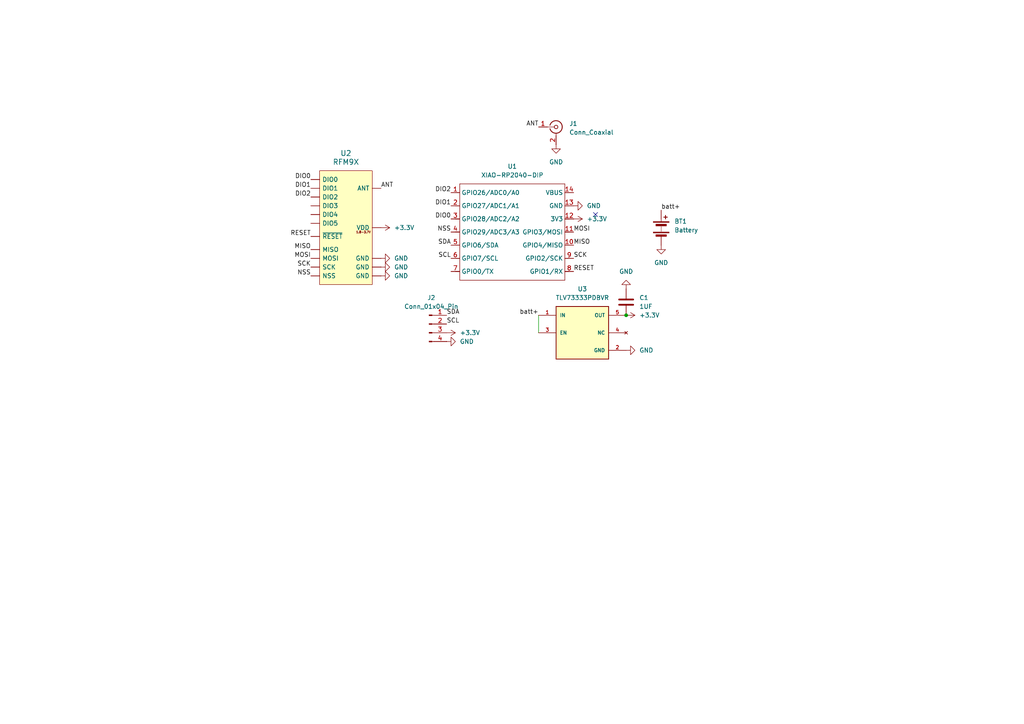
<source format=kicad_sch>
(kicad_sch (version 20250114) (generator "eeschema") (generator_version "9.0")
  (paper "A4")
  (lib_symbols
    (symbol "Connector:Conn_01x04_Pin" (pin_names (offset 1.016) (hide yes))
      (property "Reference" "J" (at 0 5.08 0))
      (property "Value" "Conn_01x04_Pin" (at 0 -7.62 0))
      (symbol "Conn_01x04_Pin_1_1"
        (rectangle (start 0.8636 2.667) (end 0 2.413) (stroke (width 0.1524)) (fill (type outline)))
        (rectangle (start 0.8636 0.127) (end 0 -0.127) (stroke (width 0.1524)) (fill (type outline)))
        (rectangle (start 0.8636 -2.413) (end 0 -2.667) (stroke (width 0.1524)) (fill (type outline)))
        (rectangle (start 0.8636 -4.953) (end 0 -5.207) (stroke (width 0.1524)) (fill (type outline)))
        (polyline (pts (xy 1.27 2.54) (xy 0.8636 2.54)) (stroke (width 0.1524)))
        (polyline (pts (xy 1.27 0) (xy 0.8636 0)) (stroke (width 0.1524)))
        (polyline (pts (xy 1.27 -2.54) (xy 0.8636 -2.54)) (stroke (width 0.1524)))
        (polyline (pts (xy 1.27 -5.08) (xy 0.8636 -5.08)) (stroke (width 0.1524)))
        (pin passive line (at 5.08 2.54 180) (length 3.81) (name "Pin_1") (number "1"))
        (pin passive line (at 5.08 0 180) (length 3.81) (name "Pin_2") (number "2"))
        (pin passive line (at 5.08 -2.54 180) (length 3.81) (name "Pin_3") (number "3"))
        (pin passive line (at 5.08 -5.08 180) (length 3.81) (name "Pin_4") (number "4"))
      )
    )
    (symbol "Connector:Conn_Coaxial" (pin_names (offset 1.016) (hide yes))
      (property "Reference" "J" (at 0.254 3.048 0))
      (property "Value" "Conn_Coaxial" (at 2.921 0 90))
      (symbol "Conn_Coaxial_0_1"
        (polyline (pts (xy -2.54 0) (xy -0.508 0)))
        (arc (start 1.778 0) (mid 0.222 -1.8079) (end -1.778 -0.508) (stroke (width 0.254)))
        (arc (start -1.778 0.508) (mid 0.2221 1.8084) (end 1.778 0) (stroke (width 0.254)))
        (circle (center 0 0) (radius 0.508) (stroke (width 0.2032)))
        (polyline (pts (xy 0 -2.54) (xy 0 -1.778)))
      )
      (symbol "Conn_Coaxial_1_1"
        (pin passive line (at -5.08 0 0) (length 2.54) (name "In") (number "1"))
        (pin passive line (at 0 -5.08 90) (length 2.54) (name "Ext") (number "2"))
      )
    )
    (symbol "Device:Battery" (pin_numbers (hide yes)) (pin_names (offset 0) (hide yes))
      (property "Reference" "BT" (at 2.54 2.54 0))
      (property "Value" "Battery" (at 2.54 0 0))
      (symbol "Battery_0_1"
        (rectangle (start -2.286 1.778) (end 2.286 1.524) (fill (type outline)))
        (rectangle (start -2.286 -1.27) (end 2.286 -1.524) (fill (type outline)))
        (rectangle (start -1.524 1.016) (end 1.524 0.508) (fill (type outline)))
        (rectangle (start -1.524 -2.032) (end 1.524 -2.54) (fill (type outline)))
        (polyline (pts (xy 0 1.778) (xy 0 2.54)))
        (polyline (pts (xy 0 0) (xy 0 0.254)))
        (polyline (pts (xy 0 -0.508) (xy 0 -0.254)))
        (polyline (pts (xy 0 -1.016) (xy 0 -0.762)))
        (polyline (pts (xy 0.762 3.048) (xy 1.778 3.048)) (stroke (width 0.254)))
        (polyline (pts (xy 1.27 3.556) (xy 1.27 2.54)) (stroke (width 0.254)))
      )
      (symbol "Battery_1_1"
        (pin passive line (at 0 5.08 270) (length 2.54) (name "+") (number "1"))
        (pin passive line (at 0 -5.08 90) (length 2.54) (name "-") (number "2"))
      )
    )
    (symbol "Device:C" (pin_numbers (hide yes)) (pin_names (offset 0.254))
      (property "Reference" "C" (at 0.635 2.54 0))
      (property "Value" "C" (at 0.635 -2.54 0))
      (symbol "C_0_1"
        (polyline (pts (xy -2.032 0.762) (xy 2.032 0.762)) (stroke (width 0.508)))
        (polyline (pts (xy -2.032 -0.762) (xy 2.032 -0.762)) (stroke (width 0.508)))
      )
      (symbol "C_1_1"
        (pin passive line (at 0 3.81 270) (length 2.794) (name "~") (number "1"))
        (pin passive line (at 0 -3.81 90) (length 2.794) (name "~") (number "2"))
      )
    )
    (symbol "Rp2040:+3.3V" (power) (pin_numbers (hide yes)) (pin_names (offset 0) (hide yes))
      (property "Value" "+3.3V" (at 0 3.556 0))
      (symbol "+3.3V_0_1"
        (polyline (pts (xy -0.762 1.27) (xy 0 2.54)))
        (polyline (pts (xy 0 2.54) (xy 0.762 1.27)))
        (polyline (pts (xy 0 0) (xy 0 2.54)))
      )
      (symbol "+3.3V_1_1"
        (pin power_in line (at 0 0 90) (length 0) (name "~") (number "1"))
      )
    )
    (symbol "Rp2040:GND" (power) (pin_numbers (hide yes)) (pin_names (offset 0) (hide yes))
      (property "Value" "GND" (at 0 -3.81 0))
      (symbol "GND_0_1"
        (polyline (pts (xy 0 0) (xy 0 -1.27) (xy 1.27 -1.27) (xy 0 -2.54) (xy -1.27 -1.27) (xy 0 -1.27)))
      )
      (symbol "GND_1_1"
        (pin power_in line (at 0 0 270) (length 0) (name "~") (number "1"))
      )
    )
    (symbol "Rp2040:XIAO-RP2040-DIP"
      (property "Reference" "U" (at 0 0 0))
      (property "Value" "XIAO-RP2040-DIP" (at 5.334 -1.778 0))
      (symbol "XIAO-RP2040-DIP_1_0"
        (polyline (pts (xy -1.27 -2.54) (xy 29.21 -2.54)) (stroke (width 0.1524)))
        (polyline (pts (xy -1.27 -5.08) (xy -2.54 -5.08)) (stroke (width 0.1524)))
        (polyline (pts (xy -1.27 -5.08) (xy -1.27 -2.54)) (stroke (width 0.1524)))
        (polyline (pts (xy -1.27 -8.89) (xy -2.54 -8.89)) (stroke (width 0.1524)))
        (polyline (pts (xy -1.27 -8.89) (xy -1.27 -5.08)) (stroke (width 0.1524)))
        (polyline (pts (xy -1.27 -12.7) (xy -2.54 -12.7)) (stroke (width 0.1524)))
        (polyline (pts (xy -1.27 -12.7) (xy -1.27 -8.89)) (stroke (width 0.1524)))
        (polyline (pts (xy -1.27 -16.51) (xy -2.54 -16.51)) (stroke (width 0.1524)))
        (polyline (pts (xy -1.27 -16.51) (xy -1.27 -12.7)) (stroke (width 0.1524)))
        (polyline (pts (xy -1.27 -20.32) (xy -2.54 -20.32)) (stroke (width 0.1524)))
        (polyline (pts (xy -1.27 -24.13) (xy -2.54 -24.13)) (stroke (width 0.1524)))
        (polyline (pts (xy -1.27 -27.94) (xy -2.54 -27.94)) (stroke (width 0.1524)))
        (polyline (pts (xy -1.27 -30.48) (xy -1.27 -16.51)) (stroke (width 0.1524)))
        (polyline (pts (xy 29.21 -2.54) (xy 29.21 -5.08)) (stroke (width 0.1524)))
        (polyline (pts (xy 29.21 -5.08) (xy 29.21 -8.89)) (stroke (width 0.1524)))
        (polyline (pts (xy 29.21 -8.89) (xy 29.21 -12.7)) (stroke (width 0.1524)))
        (polyline (pts (xy 29.21 -12.7) (xy 29.21 -30.48)) (stroke (width 0.1524)))
        (polyline (pts (xy 29.21 -30.48) (xy -1.27 -30.48)) (stroke (width 0.1524)))
        (polyline (pts (xy 30.48 -5.08) (xy 29.21 -5.08)) (stroke (width 0.1524)))
        (polyline (pts (xy 30.48 -8.89) (xy 29.21 -8.89)) (stroke (width 0.1524)))
        (polyline (pts (xy 30.48 -12.7) (xy 29.21 -12.7)) (stroke (width 0.1524)))
        (polyline (pts (xy 30.48 -16.51) (xy 29.21 -16.51)) (stroke (width 0.1524)))
        (polyline (pts (xy 30.48 -20.32) (xy 29.21 -20.32)) (stroke (width 0.1524)))
        (polyline (pts (xy 30.48 -24.13) (xy 29.21 -24.13)) (stroke (width 0.1524)))
        (polyline (pts (xy 30.48 -27.94) (xy 29.21 -27.94)) (stroke (width 0.1524)))
        (pin passive line (at -3.81 -5.08 0) (length 2.54) (name "GPIO26/ADC0/A0") (number "1"))
        (pin passive line (at -3.81 -8.89 0) (length 2.54) (name "GPIO27/ADC1/A1") (number "2"))
        (pin passive line (at -3.81 -12.7 0) (length 2.54) (name "GPIO28/ADC2/A2") (number "3"))
        (pin passive line (at -3.81 -16.51 0) (length 2.54) (name "GPIO29/ADC3/A3") (number "4"))
        (pin passive line (at -3.81 -20.32 0) (length 2.54) (name "GPIO6/SDA") (number "5"))
        (pin passive line (at -3.81 -24.13 0) (length 2.54) (name "GPIO7/SCL") (number "6"))
        (pin passive line (at -3.81 -27.94 0) (length 2.54) (name "GPIO0/TX") (number "7"))
        (pin passive line (at 31.75 -5.08 180) (length 2.54) (name "VBUS") (number "14"))
        (pin passive line (at 31.75 -8.89 180) (length 2.54) (name "GND") (number "13"))
        (pin passive line (at 31.75 -12.7 180) (length 2.54) (name "3V3") (number "12"))
        (pin passive line (at 31.75 -16.51 180) (length 2.54) (name "GPIO3/MOSI") (number "11"))
        (pin passive line (at 31.75 -20.32 180) (length 2.54) (name "GPIO4/MISO") (number "10"))
        (pin passive line (at 31.75 -24.13 180) (length 2.54) (name "GPIO2/SCK") (number "9"))
        (pin passive line (at 31.75 -27.94 180) (length 2.54) (name "GPIO1/RX") (number "8"))
      )
    )
    (symbol "TLV73333PDBVR:TLV73333PDBVR" (pin_names (offset 1.016))
      (property "Reference" "U" (at -7.62 8.62 0))
      (property "Value" "TLV73333PDBVR" (at -7.62 -11.62 0))
      (symbol "TLV73333PDBVR_0_0"
        (rectangle (start -7.62 -7.62) (end 7.62 7.62) (stroke (width 0.254)) (fill (type background)))
        (pin input line (at -12.7 5.08 0) (length 5.08) (name "IN") (number "1"))
        (pin input line (at -12.7 0 0) (length 5.08) (name "EN") (number "3"))
        (pin output line (at 12.7 5.08 180) (length 5.08) (name "OUT") (number "5"))
        (pin no_connect line (at 12.7 0 180) (length 5.08) (name "NC") (number "4"))
        (pin power_in line (at 12.7 -5.08 180) (length 5.08) (name "GND") (number "2"))
      )
    )
    (symbol "kicad-RFM9X-master:RFM9X" (pin_numbers (hide yes)) (pin_names (offset 0.762))
      (property "Reference" "U" (at 0 -17.78 0))
      (property "Value" "RFM9X" (at 0 17.78 0))
      (symbol "RFM9X_0_0"
        (text "1.8-3.7V" (at 5.08 -1.27 0) (effects (font (size 0.6096 0.6096))))
      )
      (symbol "RFM9X_0_1"
        (rectangle (start -7.62 16.51) (end 7.62 -16.51) (fill (type background)))
      )
      (symbol "RFM9X_1_1"
        (pin bidirectional line (at -10.16 13.97 0) (length 2.54) (name "DIO0") (number "11"))
        (pin bidirectional line (at -10.16 11.43 0) (length 2.54) (name "DIO1") (number "10"))
        (pin bidirectional line (at -10.16 8.89 0) (length 2.54) (name "DIO2") (number "9"))
        (pin bidirectional line (at -10.16 6.35 0) (length 2.54) (name "DIO3") (number "14"))
        (pin bidirectional line (at -10.16 3.81 0) (length 2.54) (name "DIO4") (number "13"))
        (pin bidirectional line (at -10.16 1.27 0) (length 2.54) (name "DIO5") (number "7"))
        (pin input line (at -10.16 -2.54 0) (length 2.54) (name "~{RESET}") (number "6"))
        (pin output line (at -10.16 -6.35 0) (length 2.54) (name "MISO") (number "2"))
        (pin input line (at -10.16 -8.89 0) (length 2.54) (name "MOSI") (number "3"))
        (pin input line (at -10.16 -11.43 0) (length 2.54) (name "SCK") (number "4"))
        (pin input line (at -10.16 -13.97 0) (length 2.54) (name "NSS") (number "5"))
        (pin output line (at 10.16 11.43 180) (length 2.54) (name "ANT") (number "16"))
        (pin power_in line (at 10.16 0 180) (length 2.54) (name "VDD") (number "12"))
        (pin power_in line (at 10.16 -8.89 180) (length 2.54) (name "GND") (number "1"))
        (pin power_in line (at 10.16 -11.43 180) (length 2.54) (name "GND") (number "8"))
        (pin power_in line (at 10.16 -13.97 180) (length 2.54) (name "GND") (number "15"))
      )
    )
  )
  (junction (at 181.61 91.44))
  (no_connect (at 172.72 62.23))
  (wire (pts (xy 156.21 91.44) (xy 156.21 96.52)))
  (label "RESET" (at 90.17 68.58 180))
  (label "SDA" (at 129.54 91.44 0))
  (label "DIO1" (at 90.17 54.61 180))
  (label "DIO2" (at 90.17 57.15 180))
  (label "DIO2" (at 130.81 55.88 180))
  (label "batt+" (at 156.21 91.44 180))
  (label "ANT" (at 110.49 54.61 0))
  (label "MOSI" (at 90.17 74.93 180))
  (label "SDA" (at 130.81 71.12 180))
  (label "DIO0" (at 130.81 63.5 180))
  (label "MISO" (at 166.37 71.12 0))
  (label "DIO0" (at 90.17 52.07 180))
  (label "SCL" (at 130.81 74.93 180))
  (label "batt+" (at 191.77 60.96 0))
  (label "NSS" (at 130.81 67.31 180))
  (label "SCL" (at 129.54 93.98 0))
  (label "MOSI" (at 166.37 67.31 0))
  (label "ANT" (at 156.21 36.83 180))
  (label "RESET" (at 166.37 78.74 0))
  (label "SCK" (at 166.37 74.93 0))
  (label "MISO" (at 90.17 72.39 180))
  (label "SCK" (at 90.17 77.47 180))
  (label "NSS" (at 90.17 80.01 180))
  (label "DIO1" (at 130.81 59.69 180))
  (symbol (lib_id "kicad-RFM9X-master:RFM9X") (at 100.33 66.04 0) (unit 1)
    (property "Reference" "U2" (at 100.33 44.45 0) (effects (font (size 1.524 1.524))))
    (property "Value" "RFM9X" (at 100.33 46.99 0) (effects (font (size 1.524 1.524))))
    (property "Footprint" "RF_Module:HOPERF_RFM9XW_SMD" (effects (hide yes)))
    (property "Description" "RFM9X LoRa transciever" (effects (hide yes)))
  )
  (symbol (lib_id "Device:C") (at 181.61 87.63 0) (unit 1)
    (property "Reference" "C1" (at 185.42 86.3599 0) (effects (justify left)))
    (property "Value" "1UF" (at 185.42 88.8999 0) (effects (justify left)))
    (property "Footprint" "CC0402KRX5R5BB105 (2):CAPC1005X60" (effects (hide yes)))
    (property "Description" "Unpolarized capacitor" (effects (hide yes)))
  )
  (symbol (lib_id "Rp2040:+3.3V") (at 166.37 63.5 270) (unit 1)
    (property "Reference" "#PWR08" (effects (hide yes)))
    (property "Value" "+3.3V" (at 170.18 63.4999 90) (effects (justify left)))
    (property "Description" "Power symbol creates a global label with name \"+3.3V\"" (effects (hide yes)))
  )
  (symbol (lib_id "Rp2040:GND") (at 181.61 83.82 180) (unit 1)
    (property "Reference" "#PWR011" (effects (hide yes)))
    (property "Value" "GND" (at 181.61 78.74 0))
    (property "Description" "Power symbol creates a global label with name \"GND\" , ground" (effects (hide yes)))
  )
  (symbol (lib_id "Rp2040:GND") (at 161.29 41.91 0) (unit 1)
    (property "Reference" "#PWR06" (effects (hide yes)))
    (property "Value" "GND" (at 161.29 46.99 0))
    (property "Description" "Power symbol creates a global label with name \"GND\" , ground" (effects (hide yes)))
  )
  (symbol (lib_id "Connector:Conn_01x04_Pin") (at 124.46 93.98 0) (unit 1)
    (property "Reference" "J2" (at 125.095 86.36 0))
    (property "Value" "Conn_01x04_Pin" (at 125.095 88.9 0))
    (property "Footprint" "4x4testpads:pads" (effects (hide yes)))
    (property "Description" "Generic connector, single row, 01x04, script generated" (effects (hide yes)))
  )
  (symbol (lib_id "TLV73333PDBVR:TLV73333PDBVR") (at 168.91 96.52 0) (unit 1)
    (property "Reference" "U3" (at 168.91 83.82 0))
    (property "Value" "TLV73333PDBVR" (at 168.91 86.36 0))
    (property "Footprint" "TLV73333PDBVR:SOT95P280X145-5N" (effects (hide yes)))
    (property "PARTREV" "C" (effects (hide yes)))
    (property "STANDARD" "IPC-7351B" (effects (hide yes)))
    (property "MAXIMUM_PACKAGE_HEIGHT" "1.45mm" (effects (hide yes)))
    (property "MANUFACTURER" "Texas Instruments" (effects (hide yes)))
  )
  (symbol (lib_id "Rp2040:GND") (at 110.49 80.01 90) (unit 1)
    (property "Reference" "#PWR05" (effects (hide yes)))
    (property "Value" "GND" (at 114.3 80.0099 90) (effects (justify right)))
    (property "Description" "Power symbol creates a global label with name \"GND\" , ground" (effects (hide yes)))
  )
  (symbol (lib_id "Rp2040:GND") (at 110.49 74.93 90) (unit 1)
    (property "Reference" "#PWR03" (effects (hide yes)))
    (property "Value" "GND" (at 114.3 74.9299 90) (effects (justify right)))
    (property "Description" "Power symbol creates a global label with name \"GND\" , ground" (effects (hide yes)))
  )
  (symbol (lib_id "Device:Battery") (at 191.77 66.04 0) (unit 1)
    (property "Reference" "BT1" (at 195.58 64.1984 0) (effects (justify left)))
    (property "Value" "Battery" (at 195.58 66.7384 0) (effects (justify left)))
    (property "Footprint" "BA1AAPC:BAT_BA1AAPC" (effects (hide yes)))
    (property "Description" "Multiple-cell battery" (effects (hide yes)))
  )
  (symbol (lib_id "Rp2040:GND") (at 129.54 99.06 90) (unit 1)
    (property "Reference" "#PWR01" (effects (hide yes)))
    (property "Value" "GND" (at 133.35 99.0599 90) (effects (justify right)))
    (property "Description" "Power symbol creates a global label with name \"GND\" , ground" (effects (hide yes)))
  )
  (symbol (lib_id "Rp2040:GND") (at 166.37 59.69 90) (unit 1)
    (property "Reference" "#PWR07" (effects (hide yes)))
    (property "Value" "GND" (at 170.18 59.6899 90) (effects (justify right)))
    (property "Description" "Power symbol creates a global label with name \"GND\" , ground" (effects (hide yes)))
  )
  (symbol (lib_id "Rp2040:+3.3V") (at 129.54 96.52 270) (unit 1)
    (property "Reference" "#PWR02" (effects (hide yes)))
    (property "Value" "+3.3V" (at 133.35 96.5199 90) (effects (justify left)))
    (property "Description" "Power symbol creates a global label with name \"+3.3V\"" (effects (hide yes)))
  )
  (symbol (lib_id "Rp2040:GND") (at 191.77 71.12 0) (unit 1)
    (property "Reference" "#PWR013" (effects (hide yes)))
    (property "Value" "GND" (at 191.77 76.2 0))
    (property "Description" "Power symbol creates a global label with name \"GND\" , ground" (effects (hide yes)))
  )
  (symbol (lib_id "Rp2040:GND") (at 110.49 77.47 90) (unit 1)
    (property "Reference" "#PWR04" (effects (hide yes)))
    (property "Value" "GND" (at 114.3 77.4699 90) (effects (justify right)))
    (property "Description" "Power symbol creates a global label with name \"GND\" , ground" (effects (hide yes)))
  )
  (symbol (lib_id "Rp2040:+3.3V") (at 181.61 91.44 270) (unit 1)
    (property "Reference" "#PWR010" (effects (hide yes)))
    (property "Value" "+3.3V" (at 185.42 91.4399 90) (effects (justify left)))
    (property "Description" "Power symbol creates a global label with name \"+3.3V\"" (effects (hide yes)))
  )
  (symbol (lib_id "Rp2040:XIAO-RP2040-DIP") (at 134.62 50.8 0) (unit 1)
    (property "Reference" "U1" (at 148.59 48.26 0))
    (property "Value" "XIAO-RP2040-DIP" (at 148.59 50.8 0))
    (property "Footprint" "xiao:XIAO-RP2040-DIP" (effects (hide yes)))
  )
  (symbol (lib_id "Connector:Conn_Coaxial") (at 161.29 36.83 0) (unit 1)
    (property "Reference" "J1" (at 165.1 35.8531 0) (effects (justify left)))
    (property "Value" "Conn_Coaxial" (at 165.1 38.3931 0) (effects (justify left)))
    (property "Footprint" "radiocoiaxail:CONN_PCB.SMAFRA_TAL" (effects (hide yes)))
    (property "Description" "coaxial connector (BNC, SMA, SMB, SMC, Cinch/RCA, LEMO, ...)" (effects (hide yes)))
  )
  (symbol (lib_id "Rp2040:+3.3V") (at 110.49 66.04 270) (unit 1)
    (property "Reference" "#PWR09" (effects (hide yes)))
    (property "Value" "+3.3V" (at 114.3 66.0399 90) (effects (justify left)))
    (property "Description" "Power symbol creates a global label with name \"+3.3V\"" (effects (hide yes)))
  )
  (symbol (lib_id "Rp2040:GND") (at 181.61 101.6 90) (unit 1)
    (property "Reference" "#PWR012" (effects (hide yes)))
    (property "Value" "GND" (at 185.42 101.5999 90) (effects (justify right)))
    (property "Description" "Power symbol creates a global label with name \"GND\" , ground" (effects (hide yes)))
  )
)
</source>
